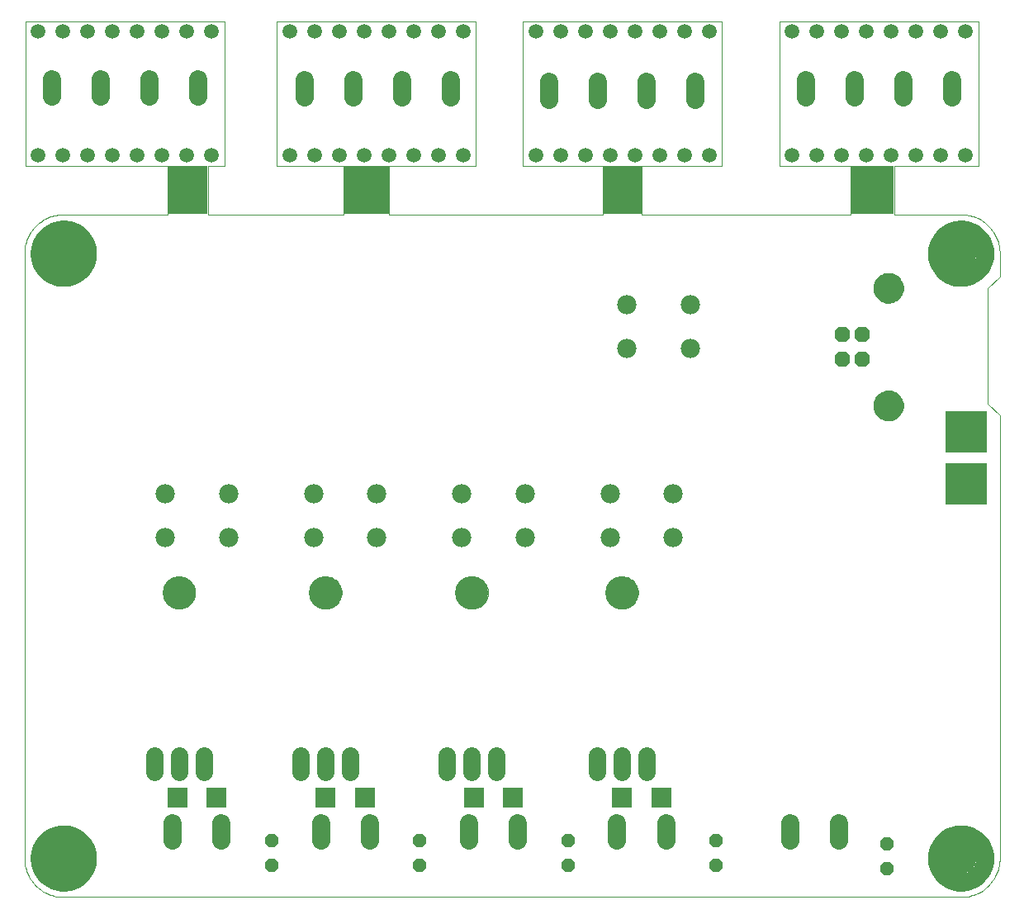
<source format=gbs>
G75*
G70*
%OFA0B0*%
%FSLAX24Y24*%
%IPPOS*%
%LPD*%
%AMOC8*
5,1,8,0,0,1.08239X$1,22.5*
%
%ADD10C,0.0240*%
%ADD11C,0.0000*%
%ADD12C,0.0000*%
%ADD13C,0.1300*%
%ADD14C,0.0700*%
%ADD15C,0.0276*%
%ADD16R,0.1772X0.1969*%
%ADD17R,0.1575X0.1969*%
%ADD18R,0.1850X0.1969*%
%ADD19R,0.1614X0.1969*%
%ADD20OC8,0.0614*%
%ADD21C,0.0946*%
%ADD22OC8,0.0560*%
%ADD23C,0.0745*%
%ADD24C,0.0780*%
%ADD25R,0.0827X0.0827*%
%ADD26C,0.1340*%
%ADD27C,0.0594*%
%ADD28R,0.1700X0.1700*%
D10*
X045218Y022751D02*
X045220Y022795D01*
X045226Y022839D01*
X045236Y022882D01*
X045249Y022924D01*
X045266Y022965D01*
X045287Y023004D01*
X045311Y023041D01*
X045338Y023076D01*
X045368Y023108D01*
X045401Y023138D01*
X045437Y023164D01*
X045474Y023188D01*
X045514Y023207D01*
X045555Y023224D01*
X045598Y023236D01*
X045641Y023245D01*
X045685Y023250D01*
X045729Y023251D01*
X045773Y023248D01*
X045817Y023241D01*
X045860Y023230D01*
X045902Y023216D01*
X045942Y023198D01*
X045981Y023176D01*
X046017Y023152D01*
X046051Y023124D01*
X046083Y023093D01*
X046112Y023059D01*
X046138Y023023D01*
X046160Y022985D01*
X046179Y022945D01*
X046194Y022903D01*
X046206Y022861D01*
X046214Y022817D01*
X046218Y022773D01*
X046218Y022729D01*
X046214Y022685D01*
X046206Y022641D01*
X046194Y022599D01*
X046179Y022557D01*
X046160Y022517D01*
X046138Y022479D01*
X046112Y022443D01*
X046083Y022409D01*
X046051Y022378D01*
X046017Y022350D01*
X045981Y022326D01*
X045942Y022304D01*
X045902Y022286D01*
X045860Y022272D01*
X045817Y022261D01*
X045773Y022254D01*
X045729Y022251D01*
X045685Y022252D01*
X045641Y022257D01*
X045598Y022266D01*
X045555Y022278D01*
X045514Y022295D01*
X045474Y022314D01*
X045437Y022338D01*
X045401Y022364D01*
X045368Y022394D01*
X045338Y022426D01*
X045311Y022461D01*
X045287Y022498D01*
X045266Y022537D01*
X045249Y022578D01*
X045236Y022620D01*
X045226Y022663D01*
X045220Y022707D01*
X045218Y022751D01*
X045218Y027501D02*
X045220Y027545D01*
X045226Y027589D01*
X045236Y027632D01*
X045249Y027674D01*
X045266Y027715D01*
X045287Y027754D01*
X045311Y027791D01*
X045338Y027826D01*
X045368Y027858D01*
X045401Y027888D01*
X045437Y027914D01*
X045474Y027938D01*
X045514Y027957D01*
X045555Y027974D01*
X045598Y027986D01*
X045641Y027995D01*
X045685Y028000D01*
X045729Y028001D01*
X045773Y027998D01*
X045817Y027991D01*
X045860Y027980D01*
X045902Y027966D01*
X045942Y027948D01*
X045981Y027926D01*
X046017Y027902D01*
X046051Y027874D01*
X046083Y027843D01*
X046112Y027809D01*
X046138Y027773D01*
X046160Y027735D01*
X046179Y027695D01*
X046194Y027653D01*
X046206Y027611D01*
X046214Y027567D01*
X046218Y027523D01*
X046218Y027479D01*
X046214Y027435D01*
X046206Y027391D01*
X046194Y027349D01*
X046179Y027307D01*
X046160Y027267D01*
X046138Y027229D01*
X046112Y027193D01*
X046083Y027159D01*
X046051Y027128D01*
X046017Y027100D01*
X045981Y027076D01*
X045942Y027054D01*
X045902Y027036D01*
X045860Y027022D01*
X045817Y027011D01*
X045773Y027004D01*
X045729Y027001D01*
X045685Y027002D01*
X045641Y027007D01*
X045598Y027016D01*
X045555Y027028D01*
X045514Y027045D01*
X045474Y027064D01*
X045437Y027088D01*
X045401Y027114D01*
X045368Y027144D01*
X045338Y027176D01*
X045311Y027211D01*
X045287Y027248D01*
X045266Y027287D01*
X045249Y027328D01*
X045236Y027370D01*
X045226Y027413D01*
X045220Y027457D01*
X045218Y027501D01*
D11*
X010848Y028893D02*
X010848Y004483D01*
X010850Y004406D01*
X010856Y004329D01*
X010865Y004252D01*
X010878Y004176D01*
X010895Y004100D01*
X010916Y004026D01*
X010940Y003952D01*
X010968Y003880D01*
X010999Y003810D01*
X011034Y003741D01*
X011072Y003673D01*
X011113Y003608D01*
X011158Y003545D01*
X011206Y003484D01*
X011256Y003425D01*
X011309Y003369D01*
X011365Y003316D01*
X011424Y003266D01*
X011485Y003218D01*
X011548Y003173D01*
X011613Y003132D01*
X011681Y003094D01*
X011750Y003059D01*
X011820Y003028D01*
X011892Y003000D01*
X011966Y002976D01*
X012040Y002955D01*
X012116Y002938D01*
X012192Y002925D01*
X012269Y002916D01*
X012346Y002910D01*
X012423Y002908D01*
X048643Y002908D01*
X048720Y002910D01*
X048797Y002916D01*
X048874Y002925D01*
X048950Y002938D01*
X049026Y002955D01*
X049100Y002976D01*
X049174Y003000D01*
X049246Y003028D01*
X049316Y003059D01*
X049385Y003094D01*
X049453Y003132D01*
X049518Y003173D01*
X049581Y003218D01*
X049642Y003266D01*
X049701Y003316D01*
X049757Y003369D01*
X049810Y003425D01*
X049860Y003484D01*
X049908Y003545D01*
X049953Y003608D01*
X049994Y003673D01*
X050032Y003741D01*
X050067Y003810D01*
X050098Y003880D01*
X050126Y003952D01*
X050150Y004026D01*
X050171Y004100D01*
X050188Y004176D01*
X050201Y004252D01*
X050210Y004329D01*
X050216Y004406D01*
X050218Y004483D01*
X050218Y022357D01*
X049746Y022830D01*
X049746Y027475D01*
X050218Y027948D01*
X050218Y028893D01*
X050216Y028970D01*
X050210Y029047D01*
X050201Y029124D01*
X050188Y029200D01*
X050171Y029276D01*
X050150Y029350D01*
X050126Y029424D01*
X050098Y029496D01*
X050067Y029566D01*
X050032Y029635D01*
X049994Y029703D01*
X049953Y029768D01*
X049908Y029831D01*
X049860Y029892D01*
X049810Y029951D01*
X049757Y030007D01*
X049701Y030060D01*
X049642Y030110D01*
X049581Y030158D01*
X049518Y030203D01*
X049453Y030244D01*
X049385Y030282D01*
X049316Y030317D01*
X049246Y030348D01*
X049174Y030376D01*
X049100Y030400D01*
X049026Y030421D01*
X048950Y030438D01*
X048874Y030451D01*
X048797Y030460D01*
X048720Y030466D01*
X048643Y030468D01*
X048643Y030467D02*
X045966Y030467D01*
X045966Y032436D01*
X049352Y032436D01*
X049352Y038263D01*
X041320Y038263D01*
X041320Y032436D01*
X044194Y032436D01*
X044194Y030467D01*
X035769Y030467D01*
X035769Y032436D01*
X038998Y032436D01*
X038998Y038263D01*
X030966Y038263D01*
X030966Y032436D01*
X034194Y032436D01*
X034194Y030467D01*
X025572Y030467D01*
X025572Y032436D01*
X029076Y032436D01*
X029076Y038263D01*
X021045Y038263D01*
X021045Y032436D01*
X023722Y032436D01*
X023722Y030467D01*
X018250Y030467D01*
X018250Y032436D01*
X018919Y032436D01*
X018919Y038263D01*
X010887Y038263D01*
X010887Y032436D01*
X016635Y032436D01*
X016635Y030467D01*
X012423Y030467D01*
X012423Y030468D02*
X012346Y030466D01*
X012269Y030460D01*
X012192Y030451D01*
X012116Y030438D01*
X012040Y030421D01*
X011966Y030400D01*
X011892Y030376D01*
X011820Y030348D01*
X011750Y030317D01*
X011681Y030282D01*
X011613Y030244D01*
X011548Y030203D01*
X011485Y030158D01*
X011424Y030110D01*
X011365Y030060D01*
X011309Y030007D01*
X011256Y029951D01*
X011206Y029892D01*
X011158Y029831D01*
X011113Y029768D01*
X011072Y029703D01*
X011034Y029635D01*
X010999Y029566D01*
X010968Y029496D01*
X010940Y029424D01*
X010916Y029350D01*
X010895Y029276D01*
X010878Y029200D01*
X010865Y029124D01*
X010856Y029047D01*
X010850Y028970D01*
X010848Y028893D01*
D12*
X011793Y028893D02*
X011795Y028943D01*
X011801Y028993D01*
X011811Y029042D01*
X011825Y029090D01*
X011842Y029137D01*
X011863Y029182D01*
X011888Y029226D01*
X011916Y029267D01*
X011948Y029306D01*
X011982Y029343D01*
X012019Y029377D01*
X012059Y029407D01*
X012101Y029434D01*
X012145Y029458D01*
X012191Y029479D01*
X012238Y029495D01*
X012286Y029508D01*
X012336Y029517D01*
X012385Y029522D01*
X012436Y029523D01*
X012486Y029520D01*
X012535Y029513D01*
X012584Y029502D01*
X012632Y029487D01*
X012678Y029469D01*
X012723Y029447D01*
X012766Y029421D01*
X012807Y029392D01*
X012846Y029360D01*
X012882Y029325D01*
X012914Y029287D01*
X012944Y029247D01*
X012971Y029204D01*
X012994Y029160D01*
X013013Y029114D01*
X013029Y029066D01*
X013041Y029017D01*
X013049Y028968D01*
X013053Y028918D01*
X013053Y028868D01*
X013049Y028818D01*
X013041Y028769D01*
X013029Y028720D01*
X013013Y028672D01*
X012994Y028626D01*
X012971Y028582D01*
X012944Y028539D01*
X012914Y028499D01*
X012882Y028461D01*
X012846Y028426D01*
X012807Y028394D01*
X012766Y028365D01*
X012723Y028339D01*
X012678Y028317D01*
X012632Y028299D01*
X012584Y028284D01*
X012535Y028273D01*
X012486Y028266D01*
X012436Y028263D01*
X012385Y028264D01*
X012336Y028269D01*
X012286Y028278D01*
X012238Y028291D01*
X012191Y028307D01*
X012145Y028328D01*
X012101Y028352D01*
X012059Y028379D01*
X012019Y028409D01*
X011982Y028443D01*
X011948Y028480D01*
X011916Y028519D01*
X011888Y028560D01*
X011863Y028604D01*
X011842Y028649D01*
X011825Y028696D01*
X011811Y028744D01*
X011801Y028793D01*
X011795Y028843D01*
X011793Y028893D01*
X016754Y030704D02*
X016756Y030725D01*
X016762Y030745D01*
X016771Y030765D01*
X016783Y030782D01*
X016798Y030796D01*
X016816Y030808D01*
X016836Y030816D01*
X016856Y030821D01*
X016877Y030822D01*
X016898Y030819D01*
X016918Y030813D01*
X016937Y030802D01*
X016954Y030789D01*
X016967Y030773D01*
X016978Y030755D01*
X016986Y030735D01*
X016990Y030715D01*
X016990Y030693D01*
X016986Y030673D01*
X016978Y030653D01*
X016967Y030635D01*
X016954Y030619D01*
X016937Y030606D01*
X016918Y030595D01*
X016898Y030589D01*
X016877Y030586D01*
X016856Y030587D01*
X016836Y030592D01*
X016816Y030600D01*
X016798Y030612D01*
X016783Y030626D01*
X016771Y030643D01*
X016762Y030663D01*
X016756Y030683D01*
X016754Y030704D01*
X017147Y030704D02*
X017149Y030725D01*
X017155Y030745D01*
X017164Y030765D01*
X017176Y030782D01*
X017191Y030796D01*
X017209Y030808D01*
X017229Y030816D01*
X017249Y030821D01*
X017270Y030822D01*
X017291Y030819D01*
X017311Y030813D01*
X017330Y030802D01*
X017347Y030789D01*
X017360Y030773D01*
X017371Y030755D01*
X017379Y030735D01*
X017383Y030715D01*
X017383Y030693D01*
X017379Y030673D01*
X017371Y030653D01*
X017360Y030635D01*
X017347Y030619D01*
X017330Y030606D01*
X017311Y030595D01*
X017291Y030589D01*
X017270Y030586D01*
X017249Y030587D01*
X017229Y030592D01*
X017209Y030600D01*
X017191Y030612D01*
X017176Y030626D01*
X017164Y030643D01*
X017155Y030663D01*
X017149Y030683D01*
X017147Y030704D01*
X017541Y030704D02*
X017543Y030725D01*
X017549Y030745D01*
X017558Y030765D01*
X017570Y030782D01*
X017585Y030796D01*
X017603Y030808D01*
X017623Y030816D01*
X017643Y030821D01*
X017664Y030822D01*
X017685Y030819D01*
X017705Y030813D01*
X017724Y030802D01*
X017741Y030789D01*
X017754Y030773D01*
X017765Y030755D01*
X017773Y030735D01*
X017777Y030715D01*
X017777Y030693D01*
X017773Y030673D01*
X017765Y030653D01*
X017754Y030635D01*
X017741Y030619D01*
X017724Y030606D01*
X017705Y030595D01*
X017685Y030589D01*
X017664Y030586D01*
X017643Y030587D01*
X017623Y030592D01*
X017603Y030600D01*
X017585Y030612D01*
X017570Y030626D01*
X017558Y030643D01*
X017549Y030663D01*
X017543Y030683D01*
X017541Y030704D01*
X017935Y030704D02*
X017937Y030725D01*
X017943Y030745D01*
X017952Y030765D01*
X017964Y030782D01*
X017979Y030796D01*
X017997Y030808D01*
X018017Y030816D01*
X018037Y030821D01*
X018058Y030822D01*
X018079Y030819D01*
X018099Y030813D01*
X018118Y030802D01*
X018135Y030789D01*
X018148Y030773D01*
X018159Y030755D01*
X018167Y030735D01*
X018171Y030715D01*
X018171Y030693D01*
X018167Y030673D01*
X018159Y030653D01*
X018148Y030635D01*
X018135Y030619D01*
X018118Y030606D01*
X018099Y030595D01*
X018079Y030589D01*
X018058Y030586D01*
X018037Y030587D01*
X018017Y030592D01*
X017997Y030600D01*
X017979Y030612D01*
X017964Y030626D01*
X017952Y030643D01*
X017943Y030663D01*
X017937Y030683D01*
X017935Y030704D01*
X017935Y032239D02*
X017937Y032260D01*
X017943Y032280D01*
X017952Y032300D01*
X017964Y032317D01*
X017979Y032331D01*
X017997Y032343D01*
X018017Y032351D01*
X018037Y032356D01*
X018058Y032357D01*
X018079Y032354D01*
X018099Y032348D01*
X018118Y032337D01*
X018135Y032324D01*
X018148Y032308D01*
X018159Y032290D01*
X018167Y032270D01*
X018171Y032250D01*
X018171Y032228D01*
X018167Y032208D01*
X018159Y032188D01*
X018148Y032170D01*
X018135Y032154D01*
X018118Y032141D01*
X018099Y032130D01*
X018079Y032124D01*
X018058Y032121D01*
X018037Y032122D01*
X018017Y032127D01*
X017997Y032135D01*
X017979Y032147D01*
X017964Y032161D01*
X017952Y032178D01*
X017943Y032198D01*
X017937Y032218D01*
X017935Y032239D01*
X017541Y032239D02*
X017543Y032260D01*
X017549Y032280D01*
X017558Y032300D01*
X017570Y032317D01*
X017585Y032331D01*
X017603Y032343D01*
X017623Y032351D01*
X017643Y032356D01*
X017664Y032357D01*
X017685Y032354D01*
X017705Y032348D01*
X017724Y032337D01*
X017741Y032324D01*
X017754Y032308D01*
X017765Y032290D01*
X017773Y032270D01*
X017777Y032250D01*
X017777Y032228D01*
X017773Y032208D01*
X017765Y032188D01*
X017754Y032170D01*
X017741Y032154D01*
X017724Y032141D01*
X017705Y032130D01*
X017685Y032124D01*
X017664Y032121D01*
X017643Y032122D01*
X017623Y032127D01*
X017603Y032135D01*
X017585Y032147D01*
X017570Y032161D01*
X017558Y032178D01*
X017549Y032198D01*
X017543Y032218D01*
X017541Y032239D01*
X017147Y032239D02*
X017149Y032260D01*
X017155Y032280D01*
X017164Y032300D01*
X017176Y032317D01*
X017191Y032331D01*
X017209Y032343D01*
X017229Y032351D01*
X017249Y032356D01*
X017270Y032357D01*
X017291Y032354D01*
X017311Y032348D01*
X017330Y032337D01*
X017347Y032324D01*
X017360Y032308D01*
X017371Y032290D01*
X017379Y032270D01*
X017383Y032250D01*
X017383Y032228D01*
X017379Y032208D01*
X017371Y032188D01*
X017360Y032170D01*
X017347Y032154D01*
X017330Y032141D01*
X017311Y032130D01*
X017291Y032124D01*
X017270Y032121D01*
X017249Y032122D01*
X017229Y032127D01*
X017209Y032135D01*
X017191Y032147D01*
X017176Y032161D01*
X017164Y032178D01*
X017155Y032198D01*
X017149Y032218D01*
X017147Y032239D01*
X016754Y032239D02*
X016756Y032260D01*
X016762Y032280D01*
X016771Y032300D01*
X016783Y032317D01*
X016798Y032331D01*
X016816Y032343D01*
X016836Y032351D01*
X016856Y032356D01*
X016877Y032357D01*
X016898Y032354D01*
X016918Y032348D01*
X016937Y032337D01*
X016954Y032324D01*
X016967Y032308D01*
X016978Y032290D01*
X016986Y032270D01*
X016990Y032250D01*
X016990Y032228D01*
X016986Y032208D01*
X016978Y032188D01*
X016967Y032170D01*
X016954Y032154D01*
X016937Y032141D01*
X016918Y032130D01*
X016898Y032124D01*
X016877Y032121D01*
X016856Y032122D01*
X016836Y032127D01*
X016816Y032135D01*
X016798Y032147D01*
X016783Y032161D01*
X016771Y032178D01*
X016762Y032198D01*
X016756Y032218D01*
X016754Y032239D01*
X023919Y032239D02*
X023921Y032260D01*
X023927Y032280D01*
X023936Y032300D01*
X023948Y032317D01*
X023963Y032331D01*
X023981Y032343D01*
X024001Y032351D01*
X024021Y032356D01*
X024042Y032357D01*
X024063Y032354D01*
X024083Y032348D01*
X024102Y032337D01*
X024119Y032324D01*
X024132Y032308D01*
X024143Y032290D01*
X024151Y032270D01*
X024155Y032250D01*
X024155Y032228D01*
X024151Y032208D01*
X024143Y032188D01*
X024132Y032170D01*
X024119Y032154D01*
X024102Y032141D01*
X024083Y032130D01*
X024063Y032124D01*
X024042Y032121D01*
X024021Y032122D01*
X024001Y032127D01*
X023981Y032135D01*
X023963Y032147D01*
X023948Y032161D01*
X023936Y032178D01*
X023927Y032198D01*
X023921Y032218D01*
X023919Y032239D01*
X024313Y032239D02*
X024315Y032260D01*
X024321Y032280D01*
X024330Y032300D01*
X024342Y032317D01*
X024357Y032331D01*
X024375Y032343D01*
X024395Y032351D01*
X024415Y032356D01*
X024436Y032357D01*
X024457Y032354D01*
X024477Y032348D01*
X024496Y032337D01*
X024513Y032324D01*
X024526Y032308D01*
X024537Y032290D01*
X024545Y032270D01*
X024549Y032250D01*
X024549Y032228D01*
X024545Y032208D01*
X024537Y032188D01*
X024526Y032170D01*
X024513Y032154D01*
X024496Y032141D01*
X024477Y032130D01*
X024457Y032124D01*
X024436Y032121D01*
X024415Y032122D01*
X024395Y032127D01*
X024375Y032135D01*
X024357Y032147D01*
X024342Y032161D01*
X024330Y032178D01*
X024321Y032198D01*
X024315Y032218D01*
X024313Y032239D01*
X024706Y032239D02*
X024708Y032260D01*
X024714Y032280D01*
X024723Y032300D01*
X024735Y032317D01*
X024750Y032331D01*
X024768Y032343D01*
X024788Y032351D01*
X024808Y032356D01*
X024829Y032357D01*
X024850Y032354D01*
X024870Y032348D01*
X024889Y032337D01*
X024906Y032324D01*
X024919Y032308D01*
X024930Y032290D01*
X024938Y032270D01*
X024942Y032250D01*
X024942Y032228D01*
X024938Y032208D01*
X024930Y032188D01*
X024919Y032170D01*
X024906Y032154D01*
X024889Y032141D01*
X024870Y032130D01*
X024850Y032124D01*
X024829Y032121D01*
X024808Y032122D01*
X024788Y032127D01*
X024768Y032135D01*
X024750Y032147D01*
X024735Y032161D01*
X024723Y032178D01*
X024714Y032198D01*
X024708Y032218D01*
X024706Y032239D01*
X025100Y032239D02*
X025102Y032260D01*
X025108Y032280D01*
X025117Y032300D01*
X025129Y032317D01*
X025144Y032331D01*
X025162Y032343D01*
X025182Y032351D01*
X025202Y032356D01*
X025223Y032357D01*
X025244Y032354D01*
X025264Y032348D01*
X025283Y032337D01*
X025300Y032324D01*
X025313Y032308D01*
X025324Y032290D01*
X025332Y032270D01*
X025336Y032250D01*
X025336Y032228D01*
X025332Y032208D01*
X025324Y032188D01*
X025313Y032170D01*
X025300Y032154D01*
X025283Y032141D01*
X025264Y032130D01*
X025244Y032124D01*
X025223Y032121D01*
X025202Y032122D01*
X025182Y032127D01*
X025162Y032135D01*
X025144Y032147D01*
X025129Y032161D01*
X025117Y032178D01*
X025108Y032198D01*
X025102Y032218D01*
X025100Y032239D01*
X025100Y030704D02*
X025102Y030725D01*
X025108Y030745D01*
X025117Y030765D01*
X025129Y030782D01*
X025144Y030796D01*
X025162Y030808D01*
X025182Y030816D01*
X025202Y030821D01*
X025223Y030822D01*
X025244Y030819D01*
X025264Y030813D01*
X025283Y030802D01*
X025300Y030789D01*
X025313Y030773D01*
X025324Y030755D01*
X025332Y030735D01*
X025336Y030715D01*
X025336Y030693D01*
X025332Y030673D01*
X025324Y030653D01*
X025313Y030635D01*
X025300Y030619D01*
X025283Y030606D01*
X025264Y030595D01*
X025244Y030589D01*
X025223Y030586D01*
X025202Y030587D01*
X025182Y030592D01*
X025162Y030600D01*
X025144Y030612D01*
X025129Y030626D01*
X025117Y030643D01*
X025108Y030663D01*
X025102Y030683D01*
X025100Y030704D01*
X024706Y030704D02*
X024708Y030725D01*
X024714Y030745D01*
X024723Y030765D01*
X024735Y030782D01*
X024750Y030796D01*
X024768Y030808D01*
X024788Y030816D01*
X024808Y030821D01*
X024829Y030822D01*
X024850Y030819D01*
X024870Y030813D01*
X024889Y030802D01*
X024906Y030789D01*
X024919Y030773D01*
X024930Y030755D01*
X024938Y030735D01*
X024942Y030715D01*
X024942Y030693D01*
X024938Y030673D01*
X024930Y030653D01*
X024919Y030635D01*
X024906Y030619D01*
X024889Y030606D01*
X024870Y030595D01*
X024850Y030589D01*
X024829Y030586D01*
X024808Y030587D01*
X024788Y030592D01*
X024768Y030600D01*
X024750Y030612D01*
X024735Y030626D01*
X024723Y030643D01*
X024714Y030663D01*
X024708Y030683D01*
X024706Y030704D01*
X024313Y030704D02*
X024315Y030725D01*
X024321Y030745D01*
X024330Y030765D01*
X024342Y030782D01*
X024357Y030796D01*
X024375Y030808D01*
X024395Y030816D01*
X024415Y030821D01*
X024436Y030822D01*
X024457Y030819D01*
X024477Y030813D01*
X024496Y030802D01*
X024513Y030789D01*
X024526Y030773D01*
X024537Y030755D01*
X024545Y030735D01*
X024549Y030715D01*
X024549Y030693D01*
X024545Y030673D01*
X024537Y030653D01*
X024526Y030635D01*
X024513Y030619D01*
X024496Y030606D01*
X024477Y030595D01*
X024457Y030589D01*
X024436Y030586D01*
X024415Y030587D01*
X024395Y030592D01*
X024375Y030600D01*
X024357Y030612D01*
X024342Y030626D01*
X024330Y030643D01*
X024321Y030663D01*
X024315Y030683D01*
X024313Y030704D01*
X023919Y030704D02*
X023921Y030725D01*
X023927Y030745D01*
X023936Y030765D01*
X023948Y030782D01*
X023963Y030796D01*
X023981Y030808D01*
X024001Y030816D01*
X024021Y030821D01*
X024042Y030822D01*
X024063Y030819D01*
X024083Y030813D01*
X024102Y030802D01*
X024119Y030789D01*
X024132Y030773D01*
X024143Y030755D01*
X024151Y030735D01*
X024155Y030715D01*
X024155Y030693D01*
X024151Y030673D01*
X024143Y030653D01*
X024132Y030635D01*
X024119Y030619D01*
X024102Y030606D01*
X024083Y030595D01*
X024063Y030589D01*
X024042Y030586D01*
X024021Y030587D01*
X024001Y030592D01*
X023981Y030600D01*
X023963Y030612D01*
X023948Y030626D01*
X023936Y030643D01*
X023927Y030663D01*
X023921Y030683D01*
X023919Y030704D01*
X034273Y030664D02*
X034275Y030685D01*
X034281Y030705D01*
X034290Y030725D01*
X034302Y030742D01*
X034317Y030756D01*
X034335Y030768D01*
X034355Y030776D01*
X034375Y030781D01*
X034396Y030782D01*
X034417Y030779D01*
X034437Y030773D01*
X034456Y030762D01*
X034473Y030749D01*
X034486Y030733D01*
X034497Y030715D01*
X034505Y030695D01*
X034509Y030675D01*
X034509Y030653D01*
X034505Y030633D01*
X034497Y030613D01*
X034486Y030595D01*
X034473Y030579D01*
X034456Y030566D01*
X034437Y030555D01*
X034417Y030549D01*
X034396Y030546D01*
X034375Y030547D01*
X034355Y030552D01*
X034335Y030560D01*
X034317Y030572D01*
X034302Y030586D01*
X034290Y030603D01*
X034281Y030623D01*
X034275Y030643D01*
X034273Y030664D01*
X034667Y030664D02*
X034669Y030685D01*
X034675Y030705D01*
X034684Y030725D01*
X034696Y030742D01*
X034711Y030756D01*
X034729Y030768D01*
X034749Y030776D01*
X034769Y030781D01*
X034790Y030782D01*
X034811Y030779D01*
X034831Y030773D01*
X034850Y030762D01*
X034867Y030749D01*
X034880Y030733D01*
X034891Y030715D01*
X034899Y030695D01*
X034903Y030675D01*
X034903Y030653D01*
X034899Y030633D01*
X034891Y030613D01*
X034880Y030595D01*
X034867Y030579D01*
X034850Y030566D01*
X034831Y030555D01*
X034811Y030549D01*
X034790Y030546D01*
X034769Y030547D01*
X034749Y030552D01*
X034729Y030560D01*
X034711Y030572D01*
X034696Y030586D01*
X034684Y030603D01*
X034675Y030623D01*
X034669Y030643D01*
X034667Y030664D01*
X035061Y030664D02*
X035063Y030685D01*
X035069Y030705D01*
X035078Y030725D01*
X035090Y030742D01*
X035105Y030756D01*
X035123Y030768D01*
X035143Y030776D01*
X035163Y030781D01*
X035184Y030782D01*
X035205Y030779D01*
X035225Y030773D01*
X035244Y030762D01*
X035261Y030749D01*
X035274Y030733D01*
X035285Y030715D01*
X035293Y030695D01*
X035297Y030675D01*
X035297Y030653D01*
X035293Y030633D01*
X035285Y030613D01*
X035274Y030595D01*
X035261Y030579D01*
X035244Y030566D01*
X035225Y030555D01*
X035205Y030549D01*
X035184Y030546D01*
X035163Y030547D01*
X035143Y030552D01*
X035123Y030560D01*
X035105Y030572D01*
X035090Y030586D01*
X035078Y030603D01*
X035069Y030623D01*
X035063Y030643D01*
X035061Y030664D01*
X035454Y030664D02*
X035456Y030685D01*
X035462Y030705D01*
X035471Y030725D01*
X035483Y030742D01*
X035498Y030756D01*
X035516Y030768D01*
X035536Y030776D01*
X035556Y030781D01*
X035577Y030782D01*
X035598Y030779D01*
X035618Y030773D01*
X035637Y030762D01*
X035654Y030749D01*
X035667Y030733D01*
X035678Y030715D01*
X035686Y030695D01*
X035690Y030675D01*
X035690Y030653D01*
X035686Y030633D01*
X035678Y030613D01*
X035667Y030595D01*
X035654Y030579D01*
X035637Y030566D01*
X035618Y030555D01*
X035598Y030549D01*
X035577Y030546D01*
X035556Y030547D01*
X035536Y030552D01*
X035516Y030560D01*
X035498Y030572D01*
X035483Y030586D01*
X035471Y030603D01*
X035462Y030623D01*
X035456Y030643D01*
X035454Y030664D01*
X035454Y032200D02*
X035456Y032221D01*
X035462Y032241D01*
X035471Y032261D01*
X035483Y032278D01*
X035498Y032292D01*
X035516Y032304D01*
X035536Y032312D01*
X035556Y032317D01*
X035577Y032318D01*
X035598Y032315D01*
X035618Y032309D01*
X035637Y032298D01*
X035654Y032285D01*
X035667Y032269D01*
X035678Y032251D01*
X035686Y032231D01*
X035690Y032211D01*
X035690Y032189D01*
X035686Y032169D01*
X035678Y032149D01*
X035667Y032131D01*
X035654Y032115D01*
X035637Y032102D01*
X035618Y032091D01*
X035598Y032085D01*
X035577Y032082D01*
X035556Y032083D01*
X035536Y032088D01*
X035516Y032096D01*
X035498Y032108D01*
X035483Y032122D01*
X035471Y032139D01*
X035462Y032159D01*
X035456Y032179D01*
X035454Y032200D01*
X035061Y032200D02*
X035063Y032221D01*
X035069Y032241D01*
X035078Y032261D01*
X035090Y032278D01*
X035105Y032292D01*
X035123Y032304D01*
X035143Y032312D01*
X035163Y032317D01*
X035184Y032318D01*
X035205Y032315D01*
X035225Y032309D01*
X035244Y032298D01*
X035261Y032285D01*
X035274Y032269D01*
X035285Y032251D01*
X035293Y032231D01*
X035297Y032211D01*
X035297Y032189D01*
X035293Y032169D01*
X035285Y032149D01*
X035274Y032131D01*
X035261Y032115D01*
X035244Y032102D01*
X035225Y032091D01*
X035205Y032085D01*
X035184Y032082D01*
X035163Y032083D01*
X035143Y032088D01*
X035123Y032096D01*
X035105Y032108D01*
X035090Y032122D01*
X035078Y032139D01*
X035069Y032159D01*
X035063Y032179D01*
X035061Y032200D01*
X034667Y032200D02*
X034669Y032221D01*
X034675Y032241D01*
X034684Y032261D01*
X034696Y032278D01*
X034711Y032292D01*
X034729Y032304D01*
X034749Y032312D01*
X034769Y032317D01*
X034790Y032318D01*
X034811Y032315D01*
X034831Y032309D01*
X034850Y032298D01*
X034867Y032285D01*
X034880Y032269D01*
X034891Y032251D01*
X034899Y032231D01*
X034903Y032211D01*
X034903Y032189D01*
X034899Y032169D01*
X034891Y032149D01*
X034880Y032131D01*
X034867Y032115D01*
X034850Y032102D01*
X034831Y032091D01*
X034811Y032085D01*
X034790Y032082D01*
X034769Y032083D01*
X034749Y032088D01*
X034729Y032096D01*
X034711Y032108D01*
X034696Y032122D01*
X034684Y032139D01*
X034675Y032159D01*
X034669Y032179D01*
X034667Y032200D01*
X034273Y032200D02*
X034275Y032221D01*
X034281Y032241D01*
X034290Y032261D01*
X034302Y032278D01*
X034317Y032292D01*
X034335Y032304D01*
X034355Y032312D01*
X034375Y032317D01*
X034396Y032318D01*
X034417Y032315D01*
X034437Y032309D01*
X034456Y032298D01*
X034473Y032285D01*
X034486Y032269D01*
X034497Y032251D01*
X034505Y032231D01*
X034509Y032211D01*
X034509Y032189D01*
X034505Y032169D01*
X034497Y032149D01*
X034486Y032131D01*
X034473Y032115D01*
X034456Y032102D01*
X034437Y032091D01*
X034417Y032085D01*
X034396Y032082D01*
X034375Y032083D01*
X034355Y032088D01*
X034335Y032096D01*
X034317Y032108D01*
X034302Y032122D01*
X034290Y032139D01*
X034281Y032159D01*
X034275Y032179D01*
X034273Y032200D01*
X044391Y032239D02*
X044393Y032260D01*
X044399Y032280D01*
X044408Y032300D01*
X044420Y032317D01*
X044435Y032331D01*
X044453Y032343D01*
X044473Y032351D01*
X044493Y032356D01*
X044514Y032357D01*
X044535Y032354D01*
X044555Y032348D01*
X044574Y032337D01*
X044591Y032324D01*
X044604Y032308D01*
X044615Y032290D01*
X044623Y032270D01*
X044627Y032250D01*
X044627Y032228D01*
X044623Y032208D01*
X044615Y032188D01*
X044604Y032170D01*
X044591Y032154D01*
X044574Y032141D01*
X044555Y032130D01*
X044535Y032124D01*
X044514Y032121D01*
X044493Y032122D01*
X044473Y032127D01*
X044453Y032135D01*
X044435Y032147D01*
X044420Y032161D01*
X044408Y032178D01*
X044399Y032198D01*
X044393Y032218D01*
X044391Y032239D01*
X044785Y032239D02*
X044787Y032260D01*
X044793Y032280D01*
X044802Y032300D01*
X044814Y032317D01*
X044829Y032331D01*
X044847Y032343D01*
X044867Y032351D01*
X044887Y032356D01*
X044908Y032357D01*
X044929Y032354D01*
X044949Y032348D01*
X044968Y032337D01*
X044985Y032324D01*
X044998Y032308D01*
X045009Y032290D01*
X045017Y032270D01*
X045021Y032250D01*
X045021Y032228D01*
X045017Y032208D01*
X045009Y032188D01*
X044998Y032170D01*
X044985Y032154D01*
X044968Y032141D01*
X044949Y032130D01*
X044929Y032124D01*
X044908Y032121D01*
X044887Y032122D01*
X044867Y032127D01*
X044847Y032135D01*
X044829Y032147D01*
X044814Y032161D01*
X044802Y032178D01*
X044793Y032198D01*
X044787Y032218D01*
X044785Y032239D01*
X045179Y032239D02*
X045181Y032260D01*
X045187Y032280D01*
X045196Y032300D01*
X045208Y032317D01*
X045223Y032331D01*
X045241Y032343D01*
X045261Y032351D01*
X045281Y032356D01*
X045302Y032357D01*
X045323Y032354D01*
X045343Y032348D01*
X045362Y032337D01*
X045379Y032324D01*
X045392Y032308D01*
X045403Y032290D01*
X045411Y032270D01*
X045415Y032250D01*
X045415Y032228D01*
X045411Y032208D01*
X045403Y032188D01*
X045392Y032170D01*
X045379Y032154D01*
X045362Y032141D01*
X045343Y032130D01*
X045323Y032124D01*
X045302Y032121D01*
X045281Y032122D01*
X045261Y032127D01*
X045241Y032135D01*
X045223Y032147D01*
X045208Y032161D01*
X045196Y032178D01*
X045187Y032198D01*
X045181Y032218D01*
X045179Y032239D01*
X045573Y032239D02*
X045575Y032260D01*
X045581Y032280D01*
X045590Y032300D01*
X045602Y032317D01*
X045617Y032331D01*
X045635Y032343D01*
X045655Y032351D01*
X045675Y032356D01*
X045696Y032357D01*
X045717Y032354D01*
X045737Y032348D01*
X045756Y032337D01*
X045773Y032324D01*
X045786Y032308D01*
X045797Y032290D01*
X045805Y032270D01*
X045809Y032250D01*
X045809Y032228D01*
X045805Y032208D01*
X045797Y032188D01*
X045786Y032170D01*
X045773Y032154D01*
X045756Y032141D01*
X045737Y032130D01*
X045717Y032124D01*
X045696Y032121D01*
X045675Y032122D01*
X045655Y032127D01*
X045635Y032135D01*
X045617Y032147D01*
X045602Y032161D01*
X045590Y032178D01*
X045581Y032198D01*
X045575Y032218D01*
X045573Y032239D01*
X045573Y030704D02*
X045575Y030725D01*
X045581Y030745D01*
X045590Y030765D01*
X045602Y030782D01*
X045617Y030796D01*
X045635Y030808D01*
X045655Y030816D01*
X045675Y030821D01*
X045696Y030822D01*
X045717Y030819D01*
X045737Y030813D01*
X045756Y030802D01*
X045773Y030789D01*
X045786Y030773D01*
X045797Y030755D01*
X045805Y030735D01*
X045809Y030715D01*
X045809Y030693D01*
X045805Y030673D01*
X045797Y030653D01*
X045786Y030635D01*
X045773Y030619D01*
X045756Y030606D01*
X045737Y030595D01*
X045717Y030589D01*
X045696Y030586D01*
X045675Y030587D01*
X045655Y030592D01*
X045635Y030600D01*
X045617Y030612D01*
X045602Y030626D01*
X045590Y030643D01*
X045581Y030663D01*
X045575Y030683D01*
X045573Y030704D01*
X045179Y030704D02*
X045181Y030725D01*
X045187Y030745D01*
X045196Y030765D01*
X045208Y030782D01*
X045223Y030796D01*
X045241Y030808D01*
X045261Y030816D01*
X045281Y030821D01*
X045302Y030822D01*
X045323Y030819D01*
X045343Y030813D01*
X045362Y030802D01*
X045379Y030789D01*
X045392Y030773D01*
X045403Y030755D01*
X045411Y030735D01*
X045415Y030715D01*
X045415Y030693D01*
X045411Y030673D01*
X045403Y030653D01*
X045392Y030635D01*
X045379Y030619D01*
X045362Y030606D01*
X045343Y030595D01*
X045323Y030589D01*
X045302Y030586D01*
X045281Y030587D01*
X045261Y030592D01*
X045241Y030600D01*
X045223Y030612D01*
X045208Y030626D01*
X045196Y030643D01*
X045187Y030663D01*
X045181Y030683D01*
X045179Y030704D01*
X044785Y030704D02*
X044787Y030725D01*
X044793Y030745D01*
X044802Y030765D01*
X044814Y030782D01*
X044829Y030796D01*
X044847Y030808D01*
X044867Y030816D01*
X044887Y030821D01*
X044908Y030822D01*
X044929Y030819D01*
X044949Y030813D01*
X044968Y030802D01*
X044985Y030789D01*
X044998Y030773D01*
X045009Y030755D01*
X045017Y030735D01*
X045021Y030715D01*
X045021Y030693D01*
X045017Y030673D01*
X045009Y030653D01*
X044998Y030635D01*
X044985Y030619D01*
X044968Y030606D01*
X044949Y030595D01*
X044929Y030589D01*
X044908Y030586D01*
X044887Y030587D01*
X044867Y030592D01*
X044847Y030600D01*
X044829Y030612D01*
X044814Y030626D01*
X044802Y030643D01*
X044793Y030663D01*
X044787Y030683D01*
X044785Y030704D01*
X044391Y030704D02*
X044393Y030725D01*
X044399Y030745D01*
X044408Y030765D01*
X044420Y030782D01*
X044435Y030796D01*
X044453Y030808D01*
X044473Y030816D01*
X044493Y030821D01*
X044514Y030822D01*
X044535Y030819D01*
X044555Y030813D01*
X044574Y030802D01*
X044591Y030789D01*
X044604Y030773D01*
X044615Y030755D01*
X044623Y030735D01*
X044627Y030715D01*
X044627Y030693D01*
X044623Y030673D01*
X044615Y030653D01*
X044604Y030635D01*
X044591Y030619D01*
X044574Y030606D01*
X044555Y030595D01*
X044535Y030589D01*
X044514Y030586D01*
X044493Y030587D01*
X044473Y030592D01*
X044453Y030600D01*
X044435Y030612D01*
X044420Y030626D01*
X044408Y030643D01*
X044399Y030663D01*
X044393Y030683D01*
X044391Y030704D01*
X048013Y028893D02*
X048015Y028943D01*
X048021Y028993D01*
X048031Y029042D01*
X048045Y029090D01*
X048062Y029137D01*
X048083Y029182D01*
X048108Y029226D01*
X048136Y029267D01*
X048168Y029306D01*
X048202Y029343D01*
X048239Y029377D01*
X048279Y029407D01*
X048321Y029434D01*
X048365Y029458D01*
X048411Y029479D01*
X048458Y029495D01*
X048506Y029508D01*
X048556Y029517D01*
X048605Y029522D01*
X048656Y029523D01*
X048706Y029520D01*
X048755Y029513D01*
X048804Y029502D01*
X048852Y029487D01*
X048898Y029469D01*
X048943Y029447D01*
X048986Y029421D01*
X049027Y029392D01*
X049066Y029360D01*
X049102Y029325D01*
X049134Y029287D01*
X049164Y029247D01*
X049191Y029204D01*
X049214Y029160D01*
X049233Y029114D01*
X049249Y029066D01*
X049261Y029017D01*
X049269Y028968D01*
X049273Y028918D01*
X049273Y028868D01*
X049269Y028818D01*
X049261Y028769D01*
X049249Y028720D01*
X049233Y028672D01*
X049214Y028626D01*
X049191Y028582D01*
X049164Y028539D01*
X049134Y028499D01*
X049102Y028461D01*
X049066Y028426D01*
X049027Y028394D01*
X048986Y028365D01*
X048943Y028339D01*
X048898Y028317D01*
X048852Y028299D01*
X048804Y028284D01*
X048755Y028273D01*
X048706Y028266D01*
X048656Y028263D01*
X048605Y028264D01*
X048556Y028269D01*
X048506Y028278D01*
X048458Y028291D01*
X048411Y028307D01*
X048365Y028328D01*
X048321Y028352D01*
X048279Y028379D01*
X048239Y028409D01*
X048202Y028443D01*
X048168Y028480D01*
X048136Y028519D01*
X048108Y028560D01*
X048083Y028604D01*
X048062Y028649D01*
X048045Y028696D01*
X048031Y028744D01*
X048021Y028793D01*
X048015Y028843D01*
X048013Y028893D01*
X045265Y027496D02*
X045267Y027538D01*
X045273Y027580D01*
X045283Y027622D01*
X045296Y027662D01*
X045314Y027701D01*
X045335Y027738D01*
X045359Y027772D01*
X045387Y027805D01*
X045417Y027835D01*
X045450Y027861D01*
X045485Y027885D01*
X045523Y027905D01*
X045562Y027921D01*
X045602Y027934D01*
X045644Y027943D01*
X045686Y027948D01*
X045729Y027949D01*
X045771Y027946D01*
X045813Y027939D01*
X045854Y027928D01*
X045894Y027913D01*
X045932Y027895D01*
X045969Y027873D01*
X046003Y027848D01*
X046035Y027820D01*
X046063Y027789D01*
X046089Y027755D01*
X046112Y027719D01*
X046131Y027682D01*
X046147Y027642D01*
X046159Y027601D01*
X046167Y027560D01*
X046171Y027517D01*
X046171Y027475D01*
X046167Y027432D01*
X046159Y027391D01*
X046147Y027350D01*
X046131Y027310D01*
X046112Y027273D01*
X046089Y027237D01*
X046063Y027203D01*
X046035Y027172D01*
X046003Y027144D01*
X045969Y027119D01*
X045932Y027097D01*
X045894Y027079D01*
X045854Y027064D01*
X045813Y027053D01*
X045771Y027046D01*
X045729Y027043D01*
X045686Y027044D01*
X045644Y027049D01*
X045602Y027058D01*
X045562Y027071D01*
X045523Y027087D01*
X045485Y027107D01*
X045450Y027131D01*
X045417Y027157D01*
X045387Y027187D01*
X045359Y027220D01*
X045335Y027254D01*
X045314Y027291D01*
X045296Y027330D01*
X045283Y027370D01*
X045273Y027412D01*
X045267Y027454D01*
X045265Y027496D01*
X045265Y022756D02*
X045267Y022798D01*
X045273Y022840D01*
X045283Y022882D01*
X045296Y022922D01*
X045314Y022961D01*
X045335Y022998D01*
X045359Y023032D01*
X045387Y023065D01*
X045417Y023095D01*
X045450Y023121D01*
X045485Y023145D01*
X045523Y023165D01*
X045562Y023181D01*
X045602Y023194D01*
X045644Y023203D01*
X045686Y023208D01*
X045729Y023209D01*
X045771Y023206D01*
X045813Y023199D01*
X045854Y023188D01*
X045894Y023173D01*
X045932Y023155D01*
X045969Y023133D01*
X046003Y023108D01*
X046035Y023080D01*
X046063Y023049D01*
X046089Y023015D01*
X046112Y022979D01*
X046131Y022942D01*
X046147Y022902D01*
X046159Y022861D01*
X046167Y022820D01*
X046171Y022777D01*
X046171Y022735D01*
X046167Y022692D01*
X046159Y022651D01*
X046147Y022610D01*
X046131Y022570D01*
X046112Y022533D01*
X046089Y022497D01*
X046063Y022463D01*
X046035Y022432D01*
X046003Y022404D01*
X045969Y022379D01*
X045932Y022357D01*
X045894Y022339D01*
X045854Y022324D01*
X045813Y022313D01*
X045771Y022306D01*
X045729Y022303D01*
X045686Y022304D01*
X045644Y022309D01*
X045602Y022318D01*
X045562Y022331D01*
X045523Y022347D01*
X045485Y022367D01*
X045450Y022391D01*
X045417Y022417D01*
X045387Y022447D01*
X045359Y022480D01*
X045335Y022514D01*
X045314Y022551D01*
X045296Y022590D01*
X045283Y022630D01*
X045273Y022672D01*
X045267Y022714D01*
X045265Y022756D01*
X034319Y015202D02*
X034321Y015252D01*
X034327Y015302D01*
X034337Y015352D01*
X034350Y015400D01*
X034367Y015448D01*
X034388Y015494D01*
X034412Y015538D01*
X034440Y015580D01*
X034471Y015620D01*
X034505Y015657D01*
X034542Y015692D01*
X034581Y015723D01*
X034622Y015752D01*
X034666Y015777D01*
X034712Y015799D01*
X034759Y015817D01*
X034807Y015831D01*
X034856Y015842D01*
X034906Y015849D01*
X034956Y015852D01*
X035007Y015851D01*
X035057Y015846D01*
X035107Y015837D01*
X035155Y015825D01*
X035203Y015808D01*
X035249Y015788D01*
X035294Y015765D01*
X035337Y015738D01*
X035377Y015708D01*
X035415Y015675D01*
X035450Y015639D01*
X035483Y015600D01*
X035512Y015559D01*
X035538Y015516D01*
X035561Y015471D01*
X035580Y015424D01*
X035595Y015376D01*
X035607Y015327D01*
X035615Y015277D01*
X035619Y015227D01*
X035619Y015177D01*
X035615Y015127D01*
X035607Y015077D01*
X035595Y015028D01*
X035580Y014980D01*
X035561Y014933D01*
X035538Y014888D01*
X035512Y014845D01*
X035483Y014804D01*
X035450Y014765D01*
X035415Y014729D01*
X035377Y014696D01*
X035337Y014666D01*
X035294Y014639D01*
X035249Y014616D01*
X035203Y014596D01*
X035155Y014579D01*
X035107Y014567D01*
X035057Y014558D01*
X035007Y014553D01*
X034956Y014552D01*
X034906Y014555D01*
X034856Y014562D01*
X034807Y014573D01*
X034759Y014587D01*
X034712Y014605D01*
X034666Y014627D01*
X034622Y014652D01*
X034581Y014681D01*
X034542Y014712D01*
X034505Y014747D01*
X034471Y014784D01*
X034440Y014824D01*
X034412Y014866D01*
X034388Y014910D01*
X034367Y014956D01*
X034350Y015004D01*
X034337Y015052D01*
X034327Y015102D01*
X034321Y015152D01*
X034319Y015202D01*
X028263Y015202D02*
X028265Y015252D01*
X028271Y015302D01*
X028281Y015352D01*
X028294Y015400D01*
X028311Y015448D01*
X028332Y015494D01*
X028356Y015538D01*
X028384Y015580D01*
X028415Y015620D01*
X028449Y015657D01*
X028486Y015692D01*
X028525Y015723D01*
X028566Y015752D01*
X028610Y015777D01*
X028656Y015799D01*
X028703Y015817D01*
X028751Y015831D01*
X028800Y015842D01*
X028850Y015849D01*
X028900Y015852D01*
X028951Y015851D01*
X029001Y015846D01*
X029051Y015837D01*
X029099Y015825D01*
X029147Y015808D01*
X029193Y015788D01*
X029238Y015765D01*
X029281Y015738D01*
X029321Y015708D01*
X029359Y015675D01*
X029394Y015639D01*
X029427Y015600D01*
X029456Y015559D01*
X029482Y015516D01*
X029505Y015471D01*
X029524Y015424D01*
X029539Y015376D01*
X029551Y015327D01*
X029559Y015277D01*
X029563Y015227D01*
X029563Y015177D01*
X029559Y015127D01*
X029551Y015077D01*
X029539Y015028D01*
X029524Y014980D01*
X029505Y014933D01*
X029482Y014888D01*
X029456Y014845D01*
X029427Y014804D01*
X029394Y014765D01*
X029359Y014729D01*
X029321Y014696D01*
X029281Y014666D01*
X029238Y014639D01*
X029193Y014616D01*
X029147Y014596D01*
X029099Y014579D01*
X029051Y014567D01*
X029001Y014558D01*
X028951Y014553D01*
X028900Y014552D01*
X028850Y014555D01*
X028800Y014562D01*
X028751Y014573D01*
X028703Y014587D01*
X028656Y014605D01*
X028610Y014627D01*
X028566Y014652D01*
X028525Y014681D01*
X028486Y014712D01*
X028449Y014747D01*
X028415Y014784D01*
X028384Y014824D01*
X028356Y014866D01*
X028332Y014910D01*
X028311Y014956D01*
X028294Y015004D01*
X028281Y015052D01*
X028271Y015102D01*
X028265Y015152D01*
X028263Y015202D01*
X022352Y015202D02*
X022354Y015252D01*
X022360Y015302D01*
X022370Y015352D01*
X022383Y015400D01*
X022400Y015448D01*
X022421Y015494D01*
X022445Y015538D01*
X022473Y015580D01*
X022504Y015620D01*
X022538Y015657D01*
X022575Y015692D01*
X022614Y015723D01*
X022655Y015752D01*
X022699Y015777D01*
X022745Y015799D01*
X022792Y015817D01*
X022840Y015831D01*
X022889Y015842D01*
X022939Y015849D01*
X022989Y015852D01*
X023040Y015851D01*
X023090Y015846D01*
X023140Y015837D01*
X023188Y015825D01*
X023236Y015808D01*
X023282Y015788D01*
X023327Y015765D01*
X023370Y015738D01*
X023410Y015708D01*
X023448Y015675D01*
X023483Y015639D01*
X023516Y015600D01*
X023545Y015559D01*
X023571Y015516D01*
X023594Y015471D01*
X023613Y015424D01*
X023628Y015376D01*
X023640Y015327D01*
X023648Y015277D01*
X023652Y015227D01*
X023652Y015177D01*
X023648Y015127D01*
X023640Y015077D01*
X023628Y015028D01*
X023613Y014980D01*
X023594Y014933D01*
X023571Y014888D01*
X023545Y014845D01*
X023516Y014804D01*
X023483Y014765D01*
X023448Y014729D01*
X023410Y014696D01*
X023370Y014666D01*
X023327Y014639D01*
X023282Y014616D01*
X023236Y014596D01*
X023188Y014579D01*
X023140Y014567D01*
X023090Y014558D01*
X023040Y014553D01*
X022989Y014552D01*
X022939Y014555D01*
X022889Y014562D01*
X022840Y014573D01*
X022792Y014587D01*
X022745Y014605D01*
X022699Y014627D01*
X022655Y014652D01*
X022614Y014681D01*
X022575Y014712D01*
X022538Y014747D01*
X022504Y014784D01*
X022473Y014824D01*
X022445Y014866D01*
X022421Y014910D01*
X022400Y014956D01*
X022383Y015004D01*
X022370Y015052D01*
X022360Y015102D01*
X022354Y015152D01*
X022352Y015202D01*
X016441Y015202D02*
X016443Y015252D01*
X016449Y015302D01*
X016459Y015352D01*
X016472Y015400D01*
X016489Y015448D01*
X016510Y015494D01*
X016534Y015538D01*
X016562Y015580D01*
X016593Y015620D01*
X016627Y015657D01*
X016664Y015692D01*
X016703Y015723D01*
X016744Y015752D01*
X016788Y015777D01*
X016834Y015799D01*
X016881Y015817D01*
X016929Y015831D01*
X016978Y015842D01*
X017028Y015849D01*
X017078Y015852D01*
X017129Y015851D01*
X017179Y015846D01*
X017229Y015837D01*
X017277Y015825D01*
X017325Y015808D01*
X017371Y015788D01*
X017416Y015765D01*
X017459Y015738D01*
X017499Y015708D01*
X017537Y015675D01*
X017572Y015639D01*
X017605Y015600D01*
X017634Y015559D01*
X017660Y015516D01*
X017683Y015471D01*
X017702Y015424D01*
X017717Y015376D01*
X017729Y015327D01*
X017737Y015277D01*
X017741Y015227D01*
X017741Y015177D01*
X017737Y015127D01*
X017729Y015077D01*
X017717Y015028D01*
X017702Y014980D01*
X017683Y014933D01*
X017660Y014888D01*
X017634Y014845D01*
X017605Y014804D01*
X017572Y014765D01*
X017537Y014729D01*
X017499Y014696D01*
X017459Y014666D01*
X017416Y014639D01*
X017371Y014616D01*
X017325Y014596D01*
X017277Y014579D01*
X017229Y014567D01*
X017179Y014558D01*
X017129Y014553D01*
X017078Y014552D01*
X017028Y014555D01*
X016978Y014562D01*
X016929Y014573D01*
X016881Y014587D01*
X016834Y014605D01*
X016788Y014627D01*
X016744Y014652D01*
X016703Y014681D01*
X016664Y014712D01*
X016627Y014747D01*
X016593Y014784D01*
X016562Y014824D01*
X016534Y014866D01*
X016510Y014910D01*
X016489Y014956D01*
X016472Y015004D01*
X016459Y015052D01*
X016449Y015102D01*
X016443Y015152D01*
X016441Y015202D01*
X011793Y004483D02*
X011795Y004533D01*
X011801Y004583D01*
X011811Y004632D01*
X011825Y004680D01*
X011842Y004727D01*
X011863Y004772D01*
X011888Y004816D01*
X011916Y004857D01*
X011948Y004896D01*
X011982Y004933D01*
X012019Y004967D01*
X012059Y004997D01*
X012101Y005024D01*
X012145Y005048D01*
X012191Y005069D01*
X012238Y005085D01*
X012286Y005098D01*
X012336Y005107D01*
X012385Y005112D01*
X012436Y005113D01*
X012486Y005110D01*
X012535Y005103D01*
X012584Y005092D01*
X012632Y005077D01*
X012678Y005059D01*
X012723Y005037D01*
X012766Y005011D01*
X012807Y004982D01*
X012846Y004950D01*
X012882Y004915D01*
X012914Y004877D01*
X012944Y004837D01*
X012971Y004794D01*
X012994Y004750D01*
X013013Y004704D01*
X013029Y004656D01*
X013041Y004607D01*
X013049Y004558D01*
X013053Y004508D01*
X013053Y004458D01*
X013049Y004408D01*
X013041Y004359D01*
X013029Y004310D01*
X013013Y004262D01*
X012994Y004216D01*
X012971Y004172D01*
X012944Y004129D01*
X012914Y004089D01*
X012882Y004051D01*
X012846Y004016D01*
X012807Y003984D01*
X012766Y003955D01*
X012723Y003929D01*
X012678Y003907D01*
X012632Y003889D01*
X012584Y003874D01*
X012535Y003863D01*
X012486Y003856D01*
X012436Y003853D01*
X012385Y003854D01*
X012336Y003859D01*
X012286Y003868D01*
X012238Y003881D01*
X012191Y003897D01*
X012145Y003918D01*
X012101Y003942D01*
X012059Y003969D01*
X012019Y003999D01*
X011982Y004033D01*
X011948Y004070D01*
X011916Y004109D01*
X011888Y004150D01*
X011863Y004194D01*
X011842Y004239D01*
X011825Y004286D01*
X011811Y004334D01*
X011801Y004383D01*
X011795Y004433D01*
X011793Y004483D01*
X048013Y004483D02*
X048015Y004533D01*
X048021Y004583D01*
X048031Y004632D01*
X048045Y004680D01*
X048062Y004727D01*
X048083Y004772D01*
X048108Y004816D01*
X048136Y004857D01*
X048168Y004896D01*
X048202Y004933D01*
X048239Y004967D01*
X048279Y004997D01*
X048321Y005024D01*
X048365Y005048D01*
X048411Y005069D01*
X048458Y005085D01*
X048506Y005098D01*
X048556Y005107D01*
X048605Y005112D01*
X048656Y005113D01*
X048706Y005110D01*
X048755Y005103D01*
X048804Y005092D01*
X048852Y005077D01*
X048898Y005059D01*
X048943Y005037D01*
X048986Y005011D01*
X049027Y004982D01*
X049066Y004950D01*
X049102Y004915D01*
X049134Y004877D01*
X049164Y004837D01*
X049191Y004794D01*
X049214Y004750D01*
X049233Y004704D01*
X049249Y004656D01*
X049261Y004607D01*
X049269Y004558D01*
X049273Y004508D01*
X049273Y004458D01*
X049269Y004408D01*
X049261Y004359D01*
X049249Y004310D01*
X049233Y004262D01*
X049214Y004216D01*
X049191Y004172D01*
X049164Y004129D01*
X049134Y004089D01*
X049102Y004051D01*
X049066Y004016D01*
X049027Y003984D01*
X048986Y003955D01*
X048943Y003929D01*
X048898Y003907D01*
X048852Y003889D01*
X048804Y003874D01*
X048755Y003863D01*
X048706Y003856D01*
X048656Y003853D01*
X048605Y003854D01*
X048556Y003859D01*
X048506Y003868D01*
X048458Y003881D01*
X048411Y003897D01*
X048365Y003918D01*
X048321Y003942D01*
X048279Y003969D01*
X048239Y003999D01*
X048202Y004033D01*
X048168Y004070D01*
X048136Y004109D01*
X048108Y004150D01*
X048083Y004194D01*
X048062Y004239D01*
X048045Y004286D01*
X048031Y004334D01*
X048021Y004383D01*
X048015Y004433D01*
X048013Y004483D01*
D13*
X048643Y004483D03*
X048643Y028893D03*
X012423Y028893D03*
X012423Y004483D03*
D14*
X011439Y004483D02*
X011441Y004545D01*
X011447Y004608D01*
X011457Y004669D01*
X011471Y004730D01*
X011488Y004790D01*
X011509Y004849D01*
X011535Y004906D01*
X011563Y004961D01*
X011595Y005015D01*
X011631Y005066D01*
X011669Y005116D01*
X011711Y005162D01*
X011755Y005206D01*
X011803Y005247D01*
X011852Y005285D01*
X011904Y005319D01*
X011958Y005350D01*
X012014Y005378D01*
X012072Y005402D01*
X012131Y005423D01*
X012191Y005439D01*
X012252Y005452D01*
X012314Y005461D01*
X012376Y005466D01*
X012439Y005467D01*
X012501Y005464D01*
X012563Y005457D01*
X012625Y005446D01*
X012685Y005431D01*
X012745Y005413D01*
X012803Y005391D01*
X012860Y005365D01*
X012915Y005335D01*
X012968Y005302D01*
X013019Y005266D01*
X013067Y005227D01*
X013113Y005184D01*
X013156Y005139D01*
X013196Y005091D01*
X013233Y005041D01*
X013267Y004988D01*
X013298Y004934D01*
X013324Y004878D01*
X013348Y004820D01*
X013367Y004760D01*
X013383Y004700D01*
X013395Y004638D01*
X013403Y004577D01*
X013407Y004514D01*
X013407Y004452D01*
X013403Y004389D01*
X013395Y004328D01*
X013383Y004266D01*
X013367Y004206D01*
X013348Y004146D01*
X013324Y004088D01*
X013298Y004032D01*
X013267Y003978D01*
X013233Y003925D01*
X013196Y003875D01*
X013156Y003827D01*
X013113Y003782D01*
X013067Y003739D01*
X013019Y003700D01*
X012968Y003664D01*
X012915Y003631D01*
X012860Y003601D01*
X012803Y003575D01*
X012745Y003553D01*
X012685Y003535D01*
X012625Y003520D01*
X012563Y003509D01*
X012501Y003502D01*
X012439Y003499D01*
X012376Y003500D01*
X012314Y003505D01*
X012252Y003514D01*
X012191Y003527D01*
X012131Y003543D01*
X012072Y003564D01*
X012014Y003588D01*
X011958Y003616D01*
X011904Y003647D01*
X011852Y003681D01*
X011803Y003719D01*
X011755Y003760D01*
X011711Y003804D01*
X011669Y003850D01*
X011631Y003900D01*
X011595Y003951D01*
X011563Y004005D01*
X011535Y004060D01*
X011509Y004117D01*
X011488Y004176D01*
X011471Y004236D01*
X011457Y004297D01*
X011447Y004358D01*
X011441Y004421D01*
X011439Y004483D01*
X016091Y007972D02*
X016091Y008632D01*
X017091Y008632D02*
X017091Y007972D01*
X018091Y007972D02*
X018091Y008632D01*
X022002Y008632D02*
X022002Y007972D01*
X023002Y007972D02*
X023002Y008632D01*
X024002Y008632D02*
X024002Y007972D01*
X027913Y007972D02*
X027913Y008632D01*
X028913Y008632D02*
X028913Y007972D01*
X029913Y007972D02*
X029913Y008632D01*
X033969Y008632D02*
X033969Y007972D01*
X034969Y007972D02*
X034969Y008632D01*
X035969Y008632D02*
X035969Y007972D01*
X047659Y004483D02*
X047661Y004545D01*
X047667Y004608D01*
X047677Y004669D01*
X047691Y004730D01*
X047708Y004790D01*
X047729Y004849D01*
X047755Y004906D01*
X047783Y004961D01*
X047815Y005015D01*
X047851Y005066D01*
X047889Y005116D01*
X047931Y005162D01*
X047975Y005206D01*
X048023Y005247D01*
X048072Y005285D01*
X048124Y005319D01*
X048178Y005350D01*
X048234Y005378D01*
X048292Y005402D01*
X048351Y005423D01*
X048411Y005439D01*
X048472Y005452D01*
X048534Y005461D01*
X048596Y005466D01*
X048659Y005467D01*
X048721Y005464D01*
X048783Y005457D01*
X048845Y005446D01*
X048905Y005431D01*
X048965Y005413D01*
X049023Y005391D01*
X049080Y005365D01*
X049135Y005335D01*
X049188Y005302D01*
X049239Y005266D01*
X049287Y005227D01*
X049333Y005184D01*
X049376Y005139D01*
X049416Y005091D01*
X049453Y005041D01*
X049487Y004988D01*
X049518Y004934D01*
X049544Y004878D01*
X049568Y004820D01*
X049587Y004760D01*
X049603Y004700D01*
X049615Y004638D01*
X049623Y004577D01*
X049627Y004514D01*
X049627Y004452D01*
X049623Y004389D01*
X049615Y004328D01*
X049603Y004266D01*
X049587Y004206D01*
X049568Y004146D01*
X049544Y004088D01*
X049518Y004032D01*
X049487Y003978D01*
X049453Y003925D01*
X049416Y003875D01*
X049376Y003827D01*
X049333Y003782D01*
X049287Y003739D01*
X049239Y003700D01*
X049188Y003664D01*
X049135Y003631D01*
X049080Y003601D01*
X049023Y003575D01*
X048965Y003553D01*
X048905Y003535D01*
X048845Y003520D01*
X048783Y003509D01*
X048721Y003502D01*
X048659Y003499D01*
X048596Y003500D01*
X048534Y003505D01*
X048472Y003514D01*
X048411Y003527D01*
X048351Y003543D01*
X048292Y003564D01*
X048234Y003588D01*
X048178Y003616D01*
X048124Y003647D01*
X048072Y003681D01*
X048023Y003719D01*
X047975Y003760D01*
X047931Y003804D01*
X047889Y003850D01*
X047851Y003900D01*
X047815Y003951D01*
X047783Y004005D01*
X047755Y004060D01*
X047729Y004117D01*
X047708Y004176D01*
X047691Y004236D01*
X047677Y004297D01*
X047667Y004358D01*
X047661Y004421D01*
X047659Y004483D01*
X047659Y028893D02*
X047661Y028955D01*
X047667Y029018D01*
X047677Y029079D01*
X047691Y029140D01*
X047708Y029200D01*
X047729Y029259D01*
X047755Y029316D01*
X047783Y029371D01*
X047815Y029425D01*
X047851Y029476D01*
X047889Y029526D01*
X047931Y029572D01*
X047975Y029616D01*
X048023Y029657D01*
X048072Y029695D01*
X048124Y029729D01*
X048178Y029760D01*
X048234Y029788D01*
X048292Y029812D01*
X048351Y029833D01*
X048411Y029849D01*
X048472Y029862D01*
X048534Y029871D01*
X048596Y029876D01*
X048659Y029877D01*
X048721Y029874D01*
X048783Y029867D01*
X048845Y029856D01*
X048905Y029841D01*
X048965Y029823D01*
X049023Y029801D01*
X049080Y029775D01*
X049135Y029745D01*
X049188Y029712D01*
X049239Y029676D01*
X049287Y029637D01*
X049333Y029594D01*
X049376Y029549D01*
X049416Y029501D01*
X049453Y029451D01*
X049487Y029398D01*
X049518Y029344D01*
X049544Y029288D01*
X049568Y029230D01*
X049587Y029170D01*
X049603Y029110D01*
X049615Y029048D01*
X049623Y028987D01*
X049627Y028924D01*
X049627Y028862D01*
X049623Y028799D01*
X049615Y028738D01*
X049603Y028676D01*
X049587Y028616D01*
X049568Y028556D01*
X049544Y028498D01*
X049518Y028442D01*
X049487Y028388D01*
X049453Y028335D01*
X049416Y028285D01*
X049376Y028237D01*
X049333Y028192D01*
X049287Y028149D01*
X049239Y028110D01*
X049188Y028074D01*
X049135Y028041D01*
X049080Y028011D01*
X049023Y027985D01*
X048965Y027963D01*
X048905Y027945D01*
X048845Y027930D01*
X048783Y027919D01*
X048721Y027912D01*
X048659Y027909D01*
X048596Y027910D01*
X048534Y027915D01*
X048472Y027924D01*
X048411Y027937D01*
X048351Y027953D01*
X048292Y027974D01*
X048234Y027998D01*
X048178Y028026D01*
X048124Y028057D01*
X048072Y028091D01*
X048023Y028129D01*
X047975Y028170D01*
X047931Y028214D01*
X047889Y028260D01*
X047851Y028310D01*
X047815Y028361D01*
X047783Y028415D01*
X047755Y028470D01*
X047729Y028527D01*
X047708Y028586D01*
X047691Y028646D01*
X047677Y028707D01*
X047667Y028768D01*
X047661Y028831D01*
X047659Y028893D01*
X011439Y028893D02*
X011441Y028955D01*
X011447Y029018D01*
X011457Y029079D01*
X011471Y029140D01*
X011488Y029200D01*
X011509Y029259D01*
X011535Y029316D01*
X011563Y029371D01*
X011595Y029425D01*
X011631Y029476D01*
X011669Y029526D01*
X011711Y029572D01*
X011755Y029616D01*
X011803Y029657D01*
X011852Y029695D01*
X011904Y029729D01*
X011958Y029760D01*
X012014Y029788D01*
X012072Y029812D01*
X012131Y029833D01*
X012191Y029849D01*
X012252Y029862D01*
X012314Y029871D01*
X012376Y029876D01*
X012439Y029877D01*
X012501Y029874D01*
X012563Y029867D01*
X012625Y029856D01*
X012685Y029841D01*
X012745Y029823D01*
X012803Y029801D01*
X012860Y029775D01*
X012915Y029745D01*
X012968Y029712D01*
X013019Y029676D01*
X013067Y029637D01*
X013113Y029594D01*
X013156Y029549D01*
X013196Y029501D01*
X013233Y029451D01*
X013267Y029398D01*
X013298Y029344D01*
X013324Y029288D01*
X013348Y029230D01*
X013367Y029170D01*
X013383Y029110D01*
X013395Y029048D01*
X013403Y028987D01*
X013407Y028924D01*
X013407Y028862D01*
X013403Y028799D01*
X013395Y028738D01*
X013383Y028676D01*
X013367Y028616D01*
X013348Y028556D01*
X013324Y028498D01*
X013298Y028442D01*
X013267Y028388D01*
X013233Y028335D01*
X013196Y028285D01*
X013156Y028237D01*
X013113Y028192D01*
X013067Y028149D01*
X013019Y028110D01*
X012968Y028074D01*
X012915Y028041D01*
X012860Y028011D01*
X012803Y027985D01*
X012745Y027963D01*
X012685Y027945D01*
X012625Y027930D01*
X012563Y027919D01*
X012501Y027912D01*
X012439Y027909D01*
X012376Y027910D01*
X012314Y027915D01*
X012252Y027924D01*
X012191Y027937D01*
X012131Y027953D01*
X012072Y027974D01*
X012014Y027998D01*
X011958Y028026D01*
X011904Y028057D01*
X011852Y028091D01*
X011803Y028129D01*
X011755Y028170D01*
X011711Y028214D01*
X011669Y028260D01*
X011631Y028310D01*
X011595Y028361D01*
X011563Y028415D01*
X011535Y028470D01*
X011509Y028527D01*
X011488Y028586D01*
X011471Y028646D01*
X011457Y028707D01*
X011447Y028768D01*
X011441Y028831D01*
X011439Y028893D01*
D15*
X016872Y030704D03*
X017265Y030704D03*
X017659Y030704D03*
X018053Y030704D03*
X018053Y032239D03*
X017659Y032239D03*
X017265Y032239D03*
X016872Y032239D03*
X024037Y032239D03*
X024431Y032239D03*
X024824Y032239D03*
X025218Y032239D03*
X025218Y030704D03*
X024824Y030704D03*
X024431Y030704D03*
X024037Y030704D03*
X034391Y030664D03*
X034785Y030664D03*
X035179Y030664D03*
X035572Y030664D03*
X035572Y032200D03*
X035179Y032200D03*
X034785Y032200D03*
X034391Y032200D03*
X044509Y032239D03*
X044903Y032239D03*
X045297Y032239D03*
X045691Y032239D03*
X045691Y030704D03*
X045297Y030704D03*
X044903Y030704D03*
X044509Y030704D03*
D16*
X045080Y031452D03*
D17*
X034982Y031452D03*
D18*
X024647Y031452D03*
D19*
X017443Y031452D03*
D20*
X043864Y025618D03*
X044651Y025618D03*
X044651Y024634D03*
X043864Y024634D03*
D21*
X045718Y022756D03*
X045718Y027496D03*
D22*
X045664Y005059D03*
X045664Y004059D03*
X038764Y004177D03*
X038764Y005177D03*
X032781Y005177D03*
X032781Y004177D03*
X026798Y004177D03*
X026798Y005177D03*
X020815Y005177D03*
X020815Y004177D03*
D23*
X022814Y005200D02*
X022814Y005905D01*
X024782Y005905D02*
X024782Y005200D01*
X028797Y005200D02*
X028797Y005905D01*
X030765Y005905D02*
X030765Y005200D01*
X034780Y005200D02*
X034780Y005905D01*
X036749Y005905D02*
X036749Y005200D01*
X041752Y005200D02*
X041752Y005905D01*
X043721Y005905D02*
X043721Y005200D01*
X018799Y005200D02*
X018799Y005905D01*
X016830Y005905D02*
X016830Y005200D01*
X015887Y035221D02*
X015887Y035926D01*
X013919Y035926D02*
X013919Y035221D01*
X011950Y035221D02*
X011950Y035926D01*
X017856Y035926D02*
X017856Y035221D01*
X022147Y035182D02*
X022147Y035887D01*
X024116Y035887D02*
X024116Y035182D01*
X026084Y035182D02*
X026084Y035887D01*
X028053Y035887D02*
X028053Y035182D01*
X032029Y035103D02*
X032029Y035808D01*
X033998Y035808D02*
X033998Y035103D01*
X035966Y035103D02*
X035966Y035808D01*
X037935Y035808D02*
X037935Y035103D01*
X042383Y035182D02*
X042383Y035887D01*
X044352Y035887D02*
X044352Y035182D01*
X046320Y035182D02*
X046320Y035887D01*
X048289Y035887D02*
X048289Y035182D01*
D24*
X037729Y026824D03*
X037729Y025044D03*
X035169Y025044D03*
X035169Y026824D03*
X034484Y019192D03*
X034484Y017412D03*
X037044Y017412D03*
X037044Y019192D03*
X031061Y019192D03*
X031061Y017412D03*
X028501Y017412D03*
X028501Y019192D03*
X025078Y019192D03*
X025078Y017412D03*
X022518Y017412D03*
X022518Y019192D03*
X019095Y019192D03*
X019095Y017412D03*
X016535Y017412D03*
X016535Y019192D03*
D25*
X017027Y006927D03*
X018602Y006927D03*
X023010Y006927D03*
X024585Y006927D03*
X028994Y006927D03*
X030569Y006927D03*
X034977Y006927D03*
X036552Y006927D03*
D26*
X034969Y015202D03*
X028913Y015202D03*
X023002Y015202D03*
X017091Y015202D03*
D27*
X017411Y032857D03*
X016411Y032857D03*
X015411Y032857D03*
X014411Y032857D03*
X013411Y032857D03*
X012411Y032857D03*
X011411Y032857D03*
X011411Y037857D03*
X012411Y037857D03*
X013411Y037857D03*
X014411Y037857D03*
X015411Y037857D03*
X016411Y037857D03*
X017411Y037857D03*
X018411Y037857D03*
X021569Y037857D03*
X022569Y037857D03*
X023569Y037857D03*
X024569Y037857D03*
X025569Y037857D03*
X026569Y037857D03*
X027569Y037857D03*
X028569Y037857D03*
X031490Y037857D03*
X032490Y037857D03*
X033490Y037857D03*
X034490Y037857D03*
X035490Y037857D03*
X036490Y037857D03*
X037490Y037857D03*
X038490Y037857D03*
X041844Y037857D03*
X042844Y037857D03*
X043844Y037857D03*
X044844Y037857D03*
X045844Y037857D03*
X046844Y037857D03*
X047844Y037857D03*
X048844Y037857D03*
X048844Y032857D03*
X047844Y032857D03*
X046844Y032857D03*
X045844Y032857D03*
X044844Y032857D03*
X043844Y032857D03*
X042844Y032857D03*
X041844Y032857D03*
X038490Y032857D03*
X037490Y032857D03*
X036490Y032857D03*
X035490Y032857D03*
X034490Y032857D03*
X033490Y032857D03*
X032490Y032857D03*
X031490Y032857D03*
X028569Y032857D03*
X027569Y032857D03*
X026569Y032857D03*
X025569Y032857D03*
X024569Y032857D03*
X023569Y032857D03*
X022569Y032857D03*
X021569Y032857D03*
X018411Y032857D03*
D28*
X048880Y021688D03*
X048880Y019601D03*
M02*

</source>
